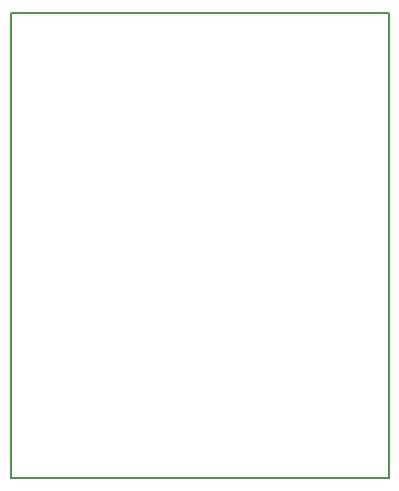
<source format=gm1>
G04 #@! TF.FileFunction,Profile,NP*
%FSLAX46Y46*%
G04 Gerber Fmt 4.6, Leading zero omitted, Abs format (unit mm)*
G04 Created by KiCad (PCBNEW 4.0.2+dfsg1-stable) date Tue 07 Aug 2018 11:45:59 AM EDT*
%MOMM*%
G01*
G04 APERTURE LIST*
%ADD10C,0.100000*%
%ADD11C,0.203200*%
G04 APERTURE END LIST*
D10*
D11*
X157099000Y-78232000D02*
X157099000Y-117602000D01*
X125095000Y-78232000D02*
X157099000Y-78232000D01*
X125095000Y-117602000D02*
X125095000Y-78232000D01*
X125095000Y-117602000D02*
X157099000Y-117602000D01*
M02*

</source>
